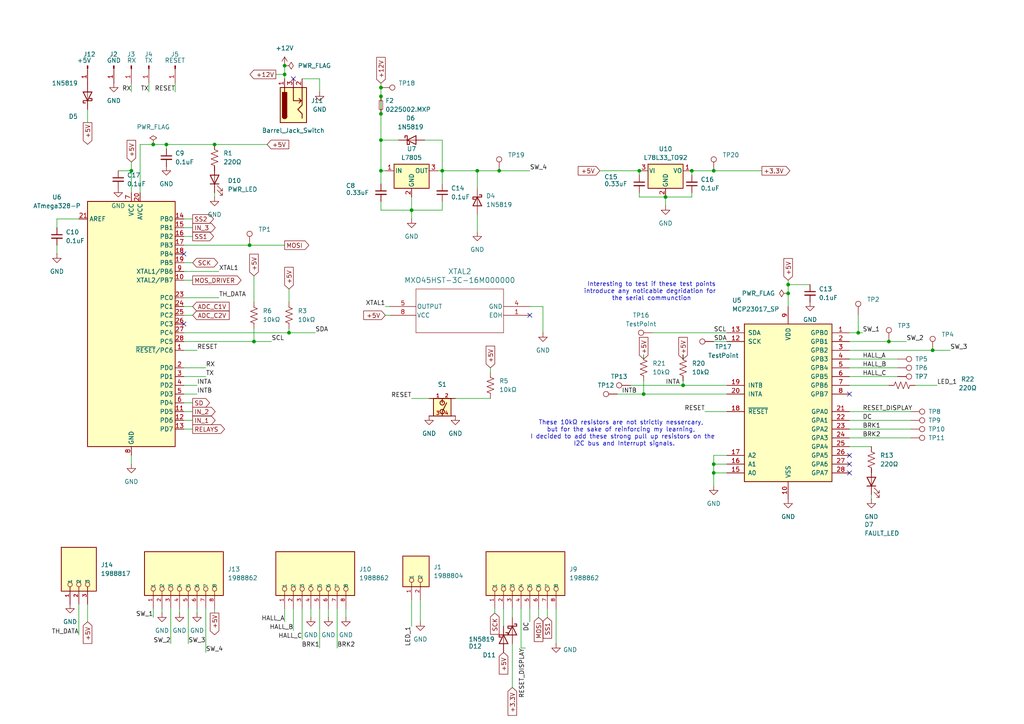
<source format=kicad_sch>
(kicad_sch (version 20231120) (generator "eeschema") (generator_version "8.0")
  (paper "A4")
  (title_block (title "Motor Controller") (date "2024-09-17") (rev "4") (company "Andrew Fischer"))
  (lib_symbols
    (symbol "1988804:1988804" (pin_names (offset 1.016))
      (property "Reference" "J" (at -2.54 3.302 0))
      (property "Value" "1988804" (at -2.54 -7.62 0))
      (symbol "1988804_0_0"
        (pin passive line (at -7.62 0 0) (length 5.08) (name "1") (number "1"))
        (pin passive line (at -7.62 -2.54 0) (length 5.08) (name "2") (number "2"))
      )
    )
    (symbol "1988817:1988817" (pin_names (offset 1.016))
      (property "Reference" "J" (at -6.85 5.08 0))
      (property "Value" "1988817" (at -6.35 -7.62 0))
      (symbol "1988817_0_0"
        (pin passive line (at -10.16 2.54 0) (length 5.08) (name "1") (number "1"))
        (pin passive line (at -10.16 0 0) (length 5.08) (name "2") (number "2"))
        (pin passive line (at -10.16 -2.54 0) (length 5.08) (name "3") (number "3"))
      )
    )
    (symbol "1988862:1988862" (pin_names (offset 1.016))
      (property "Reference" "J" (at -6.85 12.7 0))
      (property "Value" "1988862" (at -6.35 -12.7 0))
      (symbol "1988862_0_0"
        (pin passive line (at -10.16 10.16 0) (length 5.08) (name "1") (number "1"))
        (pin passive line (at -10.16 7.62 0) (length 5.08) (name "2") (number "2"))
        (pin passive line (at -10.16 5.08 0) (length 5.08) (name "3") (number "3"))
        (pin passive line (at -10.16 2.54 0) (length 5.08) (name "4") (number "4"))
        (pin passive line (at -10.16 0 0) (length 5.08) (name "5") (number "5"))
        (pin passive line (at -10.16 -2.54 0) (length 5.08) (name "6") (number "6"))
        (pin passive line (at -10.16 -5.08 0) (length 5.08) (name "7") (number "7"))
        (pin passive line (at -10.16 -7.62 0) (length 5.08) (name "8") (number "8"))
      )
    )
    (symbol "Connector:Barrel_Jack_Switch" (pin_names hide)
      (property "Reference" "J" (at 0 5.334 0))
      (property "Value" "Barrel_Jack_Switch" (at 0 -5.08 0))
      (symbol "Barrel_Jack_Switch_1_1"
        (pin passive line (at 7.62 2.54 180) (length 2.54) (name "~") (number "1"))
        (pin passive line (at 7.62 -2.54 180) (length 2.54) (name "~") (number "2"))
        (pin passive line (at 7.62 0 180) (length 2.54) (name "~") (number "3"))
      )
    )
    (symbol "Connector:Conn_01x01_Pin" (pin_names (offset 1.016) hide)
      (property "Reference" "J" (at 0 2.54 0))
      (property "Value" "Conn_01x01_Pin" (at 0 -2.54 0))
      (symbol "Conn_01x01_Pin_1_1"
        (pin passive line (at 5.08 0 180) (length 3.81) (name "Pin_1") (number "1"))
      )
    )
    (symbol "Connector:TestPoint" (pin_numbers hide) (pin_names (offset 0.762) hide)
      (property "Reference" "TP" (at 0 6.858 0))
      (property "Value" "TestPoint" (at 0 5.08 0))
      (symbol "TestPoint_1_1"
        (pin passive line (at 0 0 90) (length 2.54) (name "1") (number "1"))
      )
    )
    (symbol "Device:C_Small" (pin_numbers hide) (pin_names (offset 0.254) hide)
      (property "Reference" "C" (at 0.254 1.778 0))
      (property "Value" "C_Small" (at 0.254 -2.032 0))
      (symbol "C_Small_1_1"
        (pin passive line (at 0 2.54 270) (length 2.032) (name "~") (number "1"))
        (pin passive line (at 0 -2.54 90) (length 2.032) (name "~") (number "2"))
      )
    )
    (symbol "Device:Fuse_Small" (pin_numbers hide) (pin_names (offset 0.254) hide)
      (property "Reference" "F" (at 0 -1.524 0))
      (property "Value" "Fuse_Small" (at 0 1.524 0))
      (symbol "Fuse_Small_1_1"
        (pin passive line (at -2.54 0 0) (length 1.27) (name "~") (number "1"))
        (pin passive line (at 2.54 0 180) (length 1.27) (name "~") (number "2"))
      )
    )
    (symbol "Device:LED" (pin_numbers hide) (pin_names (offset 1.016) hide)
      (property "Reference" "D" (at 0 2.54 0))
      (property "Value" "LED" (at 0 -2.54 0))
      (symbol "LED_1_1"
        (pin passive line (at -3.81 0 0) (length 2.54) (name "K") (number "1"))
        (pin passive line (at 3.81 0 180) (length 2.54) (name "A") (number "2"))
      )
    )
    (symbol "Device:R_US" (pin_numbers hide) (pin_names (offset 0))
      (property "Reference" "R" (at 2.54 0 90))
      (property "Value" "R_US" (at -2.54 0 90))
      (symbol "R_US_1_1"
        (pin passive line (at 0 3.81 270) (length 1.27) (name "~") (number "1"))
        (pin passive line (at 0 -3.81 90) (length 1.27) (name "~") (number "2"))
      )
    )
    (symbol "Diode:1N5819" (pin_numbers hide) (pin_names (offset 1.016) hide)
      (property "Reference" "D" (at 0 2.54 0))
      (property "Value" "1N5819" (at 0 -2.54 0))
      (symbol "1N5819_1_1"
        (pin passive line (at -3.81 0 0) (length 2.54) (name "K") (number "1"))
        (pin passive line (at 3.81 0 180) (length 2.54) (name "A") (number "2"))
      )
    )
    (symbol "Interface_Expansion:MCP23017_SP" (pin_names (offset 1.016))
      (property "Reference" "U" (at -11.43 24.13 0))
      (property "Value" "MCP23017_SP" (at 0 0 0))
      (symbol "MCP23017_SP_1_1"
        (pin bidirectional line (at 17.78 20.32 180) (length 5.08) (name "GPB0") (number "1"))
        (pin power_in line (at 0 -27.94 90) (length 5.08) (name "VSS") (number "10"))
        (pin no_connect line (at -12.7 15.24 0) (length 5.08) hide (name "NC") (number "11"))
        (pin input line (at -17.78 17.78 0) (length 5.08) (name "SCK") (number "12"))
        (pin bidirectional line (at -17.78 20.32 0) (length 5.08) (name "SDA") (number "13"))
        (pin no_connect line (at -12.7 12.7 0) (length 5.08) hide (name "NC") (number "14"))
        (pin input line (at -17.78 -20.32 0) (length 5.08) (name "A0") (number "15"))
        (pin input line (at -17.78 -17.78 0) (length 5.08) (name "A1") (number "16"))
        (pin input line (at -17.78 -15.24 0) (length 5.08) (name "A2") (number "17"))
        (pin input line (at -17.78 -2.54 0) (length 5.08) (name "~{RESET}") (number "18"))
        (pin tri_state line (at -17.78 5.08 0) (length 5.08) (name "INTB") (number "19"))
        (pin bidirectional line (at 17.78 17.78 180) (length 5.08) (name "GPB1") (number "2"))
        (pin tri_state line (at -17.78 2.54 0) (length 5.08) (name "INTA") (number "20"))
        (pin bidirectional line (at 17.78 -2.54 180) (length 5.08) (name "GPA0") (number "21"))
        (pin bidirectional line (at 17.78 -5.08 180) (length 5.08) (name "GPA1") (number "22"))
        (pin bidirectional line (at 17.78 -7.62 180) (length 5.08) (name "GPA2") (number "23"))
        (pin bidirectional line (at 17.78 -10.16 180) (length 5.08) (name "GPA3") (number "24"))
        (pin bidirectional line (at 17.78 -12.7 180) (length 5.08) (name "GPA4") (number "25"))
        (pin bidirectional line (at 17.78 -15.24 180) (length 5.08) (name "GPA5") (number "26"))
        (pin bidirectional line (at 17.78 -17.78 180) (length 5.08) (name "GPA6") (number "27"))
        (pin bidirectional line (at 17.78 -20.32 180) (length 5.08) (name "GPA7") (number "28"))
        (pin bidirectional line (at 17.78 15.24 180) (length 5.08) (name "GPB2") (number "3"))
        (pin bidirectional line (at 17.78 12.7 180) (length 5.08) (name "GPB3") (number "4"))
        (pin bidirectional line (at 17.78 10.16 180) (length 5.08) (name "GPB4") (number "5"))
        (pin bidirectional line (at 17.78 7.62 180) (length 5.08) (name "GPB5") (number "6"))
        (pin bidirectional line (at 17.78 5.08 180) (length 5.08) (name "GPB6") (number "7"))
        (pin bidirectional line (at 17.78 2.54 180) (length 5.08) (name "GPB7") (number "8"))
        (pin power_in line (at 0 27.94 270) (length 5.08) (name "VDD") (number "9"))
      )
    )
    (symbol "MCU_Microchip_ATmega:ATmega328-P"
      (property "Reference" "U" (at -12.7 36.83 0))
      (property "Value" "ATmega328-P" (at 2.54 -36.83 0))
      (symbol "ATmega328-P_1_1"
        (pin bidirectional line (at 15.24 -7.62 180) (length 2.54) (name "~{RESET}/PC6") (number "1"))
        (pin bidirectional line (at 15.24 12.7 180) (length 2.54) (name "XTAL2/PB7") (number "10"))
        (pin bidirectional line (at 15.24 -25.4 180) (length 2.54) (name "PD5") (number "11"))
        (pin bidirectional line (at 15.24 -27.94 180) (length 2.54) (name "PD6") (number "12"))
        (pin bidirectional line (at 15.24 -30.48 180) (length 2.54) (name "PD7") (number "13"))
        (pin bidirectional line (at 15.24 30.48 180) (length 2.54) (name "PB0") (number "14"))
        (pin bidirectional line (at 15.24 27.94 180) (length 2.54) (name "PB1") (number "15"))
        (pin bidirectional line (at 15.24 25.4 180) (length 2.54) (name "PB2") (number "16"))
        (pin bidirectional line (at 15.24 22.86 180) (length 2.54) (name "PB3") (number "17"))
        (pin bidirectional line (at 15.24 20.32 180) (length 2.54) (name "PB4") (number "18"))
        (pin bidirectional line (at 15.24 17.78 180) (length 2.54) (name "PB5") (number "19"))
        (pin bidirectional line (at 15.24 -12.7 180) (length 2.54) (name "PD0") (number "2"))
        (pin power_in line (at 2.54 38.1 270) (length 2.54) (name "AVCC") (number "20"))
        (pin passive line (at -15.24 30.48 0) (length 2.54) (name "AREF") (number "21"))
        (pin passive line (at 0 -38.1 90) (length 2.54) hide (name "GND") (number "22"))
        (pin bidirectional line (at 15.24 7.62 180) (length 2.54) (name "PC0") (number "23"))
        (pin bidirectional line (at 15.24 5.08 180) (length 2.54) (name "PC1") (number "24"))
        (pin bidirectional line (at 15.24 2.54 180) (length 2.54) (name "PC2") (number "25"))
        (pin bidirectional line (at 15.24 0 180) (length 2.54) (name "PC3") (number "26"))
        (pin bidirectional line (at 15.24 -2.54 180) (length 2.54) (name "PC4") (number "27"))
        (pin bidirectional line (at 15.24 -5.08 180) (length 2.54) (name "PC5") (number "28"))
        (pin bidirectional line (at 15.24 -15.24 180) (length 2.54) (name "PD1") (number "3"))
        (pin bidirectional line (at 15.24 -17.78 180) (length 2.54) (name "PD2") (number "4"))
        (pin bidirectional line (at 15.24 -20.32 180) (length 2.54) (name "PD3") (number "5"))
        (pin bidirectional line (at 15.24 -22.86 180) (length 2.54) (name "PD4") (number "6"))
        (pin power_in line (at 0 38.1 270) (length 2.54) (name "VCC") (number "7"))
        (pin power_in line (at 0 -38.1 90) (length 2.54) (name "GND") (number "8"))
        (pin bidirectional line (at 15.24 15.24 180) (length 2.54) (name "XTAL1/PB6") (number "9"))
      )
    )
    (symbol "MXO45HST-3C-16M000000:MXO45HST-3C-16M000000" (pin_names (offset 0.254))
      (property "Reference" "XTAL" (at 20.32 10.16 0))
      (property "Value" "MXO45HST-3C-16M000000" (at 20.32 7.62 0))
      (symbol "MXO45HST-3C-16M000000_0_1"
        (pin input line (at 0 0 0) (length 7.62) (name "EOH") (number "1"))
        (pin power_out line (at 0 -2.54 0) (length 7.62) (name "GND") (number "4"))
        (pin output line (at 40.64 -2.54 180) (length 7.62) (name "OUTPUT") (number "5"))
        (pin power_in line (at 40.64 0 180) (length 7.62) (name "VCC") (number "8"))
      )
    )
    (symbol "Regulator_Linear:L7805" (pin_names (offset 0.254))
      (property "Reference" "U" (at -3.81 3.175 0))
      (property "Value" "L7805" (at 0 3.175 0))
      (symbol "L7805_1_1"
        (pin power_in line (at -7.62 0 0) (length 2.54) (name "IN") (number "1"))
        (pin power_in line (at 0 -7.62 90) (length 2.54) (name "GND") (number "2"))
        (pin power_out line (at 7.62 0 180) (length 2.54) (name "OUT") (number "3"))
      )
    )
    (symbol "Regulator_Linear:L78L33_TO92" (pin_names (offset 0.254))
      (property "Reference" "U" (at -3.81 3.175 0))
      (property "Value" "L78L33_TO92" (at 0 3.175 0))
      (symbol "L78L33_TO92_1_1"
        (pin power_out line (at 7.62 0 180) (length 2.54) (name "VO") (number "1"))
        (pin power_in line (at 0 -7.62 90) (length 2.54) (name "GND") (number "2"))
        (pin power_in line (at -7.62 0 0) (length 2.54) (name "VI") (number "3"))
      )
    )
    (symbol "TS02-66-50-BK-160-LCR-D:TS02-66-50-BK-160-LCR-D" (pin_names (offset 1.016))
      (property "Reference" "S1" (at 0 12.7 0))
      (property "Value" "TS02-66-50-BK-160-LCR-D" (at 0.508 -4.318 0))
      (symbol "TS02-66-50-BK-160-LCR-D_0_0"
        (pin passive line (at -3.81 2.54 0) (length 5.08) (name "~") (number "1"))
        (pin passive line (at 3.81 2.54 180) (length 5.08) (name "~") (number "2"))
        (pin passive line (at -3.81 -2.54 0) (length 5.08) (name "~") (number "3"))
        (pin passive line (at 3.81 -2.54 180) (length 5.08) (name "~") (number "4"))
      )
    )
    (symbol "power:+12V" (power) (pin_numbers hide) (pin_names (offset 0) hide)
      (property "Value" "+12V" (at 0 3.556 0))
      (symbol "+12V_1_1"
        (pin power_in line (at 0 0 90) (length 0) (name "~") (number "1"))
      )
    )
    (symbol "power:GND" (power) (pin_numbers hide) (pin_names (offset 0) hide)
      (property "Value" "GND" (at 0 -3.81 0))
      (symbol "GND_1_1"
        (pin power_in line (at 0 0 270) (length 0) (name "~") (number "1"))
      )
    )
    (symbol "power:PWR_FLAG" (power) (pin_numbers hide) (pin_names (offset 0) hide)
      (property "Value" "PWR_FLAG" (at 0 3.81 0))
      (symbol "PWR_FLAG_0_0"
        (pin power_out line (at 0 0 90) (length 0) (name "~") (number "1"))
      )
    )
  )
  (junction (at 110.49 27.94))
  (junction (at 38.1 49.53))
  (junction (at 110.49 40.64))
  (junction (at 200.66 49.53))
  (junction (at 144.78 49.53))
  (junction (at 198.12 111.76))
  (junction (at 138.43 49.53))
  (junction (at 270.51 101.6))
  (junction (at 207.01 49.53))
  (junction (at 110.49 33.02))
  (junction (at 110.49 25.4))
  (junction (at 257.81 99.06))
  (junction (at 83.82 96.52))
  (junction (at 62.23 41.91))
  (junction (at 248.92 96.52))
  (junction (at 72.39 71.12))
  (junction (at 82.55 21.59))
  (junction (at 228.6 82.55))
  (junction (at 128.27 49.53))
  (junction (at 110.49 49.53))
  (junction (at 228.6 85.09))
  (junction (at 193.04 57.15))
  (junction (at 48.26 41.91))
  (junction (at 82.55 19.05))
  (junction (at 207.01 137.16))
  (junction (at 185.42 49.53))
  (junction (at 119.38 60.96))
  (junction (at 207.01 134.62))
  (junction (at 44.45 41.91))
  (junction (at 73.66 99.06))
  (junction (at 186.69 114.3))
  (no_connect (at 246.38 137.16))
  (no_connect (at 246.38 132.08))
  (no_connect (at 246.38 134.62))
  (no_connect (at 153.67 91.44))
  (no_connect (at 53.34 73.66))
  (no_connect (at 246.38 114.3))
  (no_connect (at 53.34 93.98))
  (no_connect (at 85.09 22.86))
  (wire (pts (xy 73.66 95.25) (xy 73.66 99.06)))
  (wire (pts (xy 185.42 57.15) (xy 193.04 57.15)))
  (wire (pts (xy 46.99 176.53) (xy 46.99 177.8)))
  (wire (pts (xy 53.34 111.76) (xy 57.15 111.76)))
  (wire (pts (xy 53.34 109.22) (xy 59.69 109.22)))
  (wire (pts (xy 16.51 66.04) (xy 16.51 63.5)))
  (wire (pts (xy 38.1 46.99) (xy 38.1 49.53)))
  (wire (pts (xy 228.6 82.55) (xy 228.6 85.09)))
  (wire (pts (xy 110.49 49.53) (xy 111.76 49.53)))
  (wire (pts (xy 50.8 24.13) (xy 50.8 26.67)))
  (wire (pts (xy 185.42 55.88) (xy 185.42 57.15)))
  (wire (pts (xy 179.07 114.3) (xy 186.69 114.3)))
  (wire (pts (xy 246.38 121.92) (xy 264.16 121.92)))
  (wire (pts (xy 48.26 41.91) (xy 62.23 41.91)))
  (wire (pts (xy 142.24 106.68) (xy 142.24 107.95)))
  (wire (pts (xy 246.38 106.68) (xy 260.35 106.68)))
  (wire (pts (xy 53.34 114.3) (xy 57.15 114.3)))
  (wire (pts (xy 16.51 63.5) (xy 22.86 63.5)))
  (wire (pts (xy 210.82 99.06) (xy 207.01 99.06)))
  (wire (pts (xy 270.51 101.6) (xy 275.59 101.6)))
  (wire (pts (xy 146.05 176.53) (xy 146.05 181.61)))
  (wire (pts (xy 189.23 96.52) (xy 210.82 96.52)))
  (wire (pts (xy 207.01 49.53) (xy 220.98 49.53)))
  (wire (pts (xy 248.92 96.52) (xy 250.19 96.52)))
  (wire (pts (xy 200.66 57.15) (xy 193.04 57.15)))
  (wire (pts (xy 151.13 187.96) (xy 151.13 176.53)))
  (wire (pts (xy 173.99 49.53) (xy 185.42 49.53)))
  (wire (pts (xy 72.39 71.12) (xy 82.55 71.12)))
  (wire (pts (xy 153.67 176.53) (xy 153.67 180.34)))
  (wire (pts (xy 143.51 176.53) (xy 143.51 177.8)))
  (wire (pts (xy 138.43 62.23) (xy 138.43 67.31)))
  (wire (pts (xy 185.42 49.53) (xy 185.42 50.8)))
  (wire (pts (xy 157.48 96.52) (xy 157.48 88.9)))
  (wire (pts (xy 248.92 91.44) (xy 248.92 96.52)))
  (wire (pts (xy 186.69 110.49) (xy 186.69 114.3)))
  (wire (pts (xy 246.38 119.38) (xy 264.16 119.38)))
  (wire (pts (xy 22.86 175.26) (xy 22.86 184.15)))
  (wire (pts (xy 119.38 60.96) (xy 119.38 57.15)))
  (wire (pts (xy 49.53 176.53) (xy 49.53 186.69)))
  (wire (pts (xy 110.49 60.96) (xy 119.38 60.96)))
  (wire (pts (xy 200.66 49.53) (xy 200.66 50.8)))
  (wire (pts (xy 144.78 49.53) (xy 153.67 49.53)))
  (wire (pts (xy 92.71 22.86) (xy 87.63 22.86)))
  (wire (pts (xy 228.6 82.55) (xy 234.95 82.55)))
  (wire (pts (xy 80.01 21.59) (xy 82.55 21.59)))
  (wire (pts (xy 252.73 137.16) (xy 252.73 135.89)))
  (wire (pts (xy 161.29 176.53) (xy 161.29 186.69)))
  (wire (pts (xy 53.34 96.52) (xy 83.82 96.52)))
  (wire (pts (xy 119.38 63.5) (xy 119.38 60.96)))
  (wire (pts (xy 82.55 21.59) (xy 82.55 22.86)))
  (wire (pts (xy 207.01 137.16) (xy 210.82 137.16)))
  (wire (pts (xy 110.49 24.13) (xy 110.49 25.4)))
  (wire (pts (xy 207.01 140.97) (xy 207.01 137.16)))
  (wire (pts (xy 44.45 176.53) (xy 44.45 179.07)))
  (wire (pts (xy 53.34 119.38) (xy 55.88 119.38)))
  (wire (pts (xy 38.1 132.08) (xy 38.1 134.62)))
  (wire (pts (xy 148.59 186.69) (xy 148.59 199.39)))
  (wire (pts (xy 193.04 59.69) (xy 193.04 57.15)))
  (wire (pts (xy 246.38 127) (xy 264.16 127)))
  (wire (pts (xy 59.69 176.53) (xy 59.69 189.23)))
  (wire (pts (xy 128.27 49.53) (xy 128.27 53.34)))
  (wire (pts (xy 83.82 95.25) (xy 83.82 96.52)))
  (wire (pts (xy 110.49 60.96) (xy 110.49 58.42)))
  (wire (pts (xy 57.15 177.8) (xy 57.15 176.53)))
  (wire (pts (xy 182.88 111.76) (xy 198.12 111.76)))
  (wire (pts (xy 246.38 96.52) (xy 248.92 96.52)))
  (wire (pts (xy 119.38 60.96) (xy 128.27 60.96)))
  (wire (pts (xy 82.55 176.53) (xy 82.55 180.34)))
  (wire (pts (xy 62.23 55.88) (xy 62.23 57.15)))
  (wire (pts (xy 228.6 85.09) (xy 228.6 88.9)))
  (wire (pts (xy 43.18 24.13) (xy 43.18 26.67)))
  (wire (pts (xy 152.4 187.96) (xy 151.13 187.96)))
  (wire (pts (xy 198.12 111.76) (xy 210.82 111.76)))
  (wire (pts (xy 100.33 176.53) (xy 100.33 179.07)))
  (wire (pts (xy 83.82 96.52) (xy 91.44 96.52)))
  (wire (pts (xy 85.09 176.53) (xy 85.09 182.88)))
  (wire (pts (xy 34.29 49.53) (xy 38.1 49.53)))
  (wire (pts (xy 111.76 88.9) (xy 113.03 88.9)))
  (wire (pts (xy 257.81 99.06) (xy 262.89 99.06)))
  (wire (pts (xy 63.5 78.74) (xy 53.34 78.74)))
  (wire (pts (xy 246.38 109.22) (xy 260.35 109.22)))
  (wire (pts (xy 148.59 176.53) (xy 148.59 179.07)))
  (wire (pts (xy 246.38 101.6) (xy 270.51 101.6)))
  (wire (pts (xy 110.49 33.02) (xy 110.49 40.64)))
  (wire (pts (xy 128.27 49.53) (xy 128.27 40.64)))
  (wire (pts (xy 246.38 99.06) (xy 257.81 99.06)))
  (wire (pts (xy 53.34 124.46) (xy 55.88 124.46)))
  (wire (pts (xy 53.34 99.06) (xy 73.66 99.06)))
  (wire (pts (xy 119.38 115.57) (xy 124.46 115.57)))
  (wire (pts (xy 110.49 25.4) (xy 110.49 27.94)))
  (wire (pts (xy 186.69 102.87) (xy 186.69 104.14)))
  (wire (pts (xy 200.66 55.88) (xy 200.66 57.15)))
  (wire (pts (xy 53.34 121.92) (xy 55.88 121.92)))
  (wire (pts (xy 53.34 68.58) (xy 55.88 68.58)))
  (wire (pts (xy 82.55 19.05) (xy 82.55 21.59)))
  (wire (pts (xy 53.34 106.68) (xy 59.69 106.68)))
  (wire (pts (xy 87.63 176.53) (xy 87.63 185.42)))
  (wire (pts (xy 77.47 41.91) (xy 62.23 41.91)))
  (wire (pts (xy 119.38 173.99) (xy 119.38 181.61)))
  (wire (pts (xy 246.38 124.46) (xy 264.16 124.46)))
  (wire (pts (xy 186.69 114.3) (xy 210.82 114.3)))
  (wire (pts (xy 110.49 27.94) (xy 110.49 33.02)))
  (wire (pts (xy 38.1 49.53) (xy 38.1 55.88)))
  (wire (pts (xy 200.66 49.53) (xy 207.01 49.53)))
  (wire (pts (xy 128.27 40.64) (xy 123.19 40.64)))
  (wire (pts (xy 110.49 40.64) (xy 115.57 40.64)))
  (wire (pts (xy 156.21 176.53) (xy 156.21 179.07)))
  (wire (pts (xy 207.01 134.62) (xy 207.01 132.08)))
  (wire (pts (xy 128.27 49.53) (xy 127 49.53)))
  (wire (pts (xy 73.66 99.06) (xy 78.74 99.06)))
  (wire (pts (xy 246.38 104.14) (xy 260.35 104.14)))
  (wire (pts (xy 16.51 71.12) (xy 16.51 73.66)))
  (wire (pts (xy 53.34 86.36) (xy 63.5 86.36)))
  (wire (pts (xy 53.34 76.2) (xy 55.88 76.2)))
  (wire (pts (xy 128.27 60.96) (xy 128.27 58.42)))
  (wire (pts (xy 90.17 176.53) (xy 90.17 179.07)))
  (wire (pts (xy 138.43 49.53) (xy 138.43 54.61)))
  (wire (pts (xy 25.4 31.75) (xy 25.4 35.56)))
  (wire (pts (xy 92.71 26.67) (xy 92.71 22.86)))
  (wire (pts (xy 252.73 143.51) (xy 252.73 144.78)))
  (wire (pts (xy 53.34 91.44) (xy 55.88 91.44)))
  (wire (pts (xy 83.82 83.82) (xy 83.82 87.63)))
  (wire (pts (xy 38.1 24.13) (xy 38.1 26.67)))
  (wire (pts (xy 92.71 176.53) (xy 92.71 187.96)))
  (wire (pts (xy 111.76 91.44) (xy 113.03 91.44)))
  (wire (pts (xy 53.34 66.04) (xy 55.88 66.04)))
  (wire (pts (xy 53.34 63.5) (xy 55.88 63.5)))
  (wire (pts (xy 198.12 110.49) (xy 198.12 111.76)))
  (wire (pts (xy 198.12 104.14) (xy 198.12 102.87)))
  (wire (pts (xy 53.34 116.84) (xy 55.88 116.84)))
  (wire (pts (xy 265.43 111.76) (xy 271.78 111.76)))
  (wire (pts (xy 73.66 80.01) (xy 73.66 87.63)))
  (wire (pts (xy 110.49 40.64) (xy 110.49 49.53)))
  (wire (pts (xy 128.27 49.53) (xy 138.43 49.53)))
  (wire (pts (xy 228.6 81.28) (xy 228.6 82.55)))
  (wire (pts (xy 54.61 176.53) (xy 54.61 186.69)))
  (wire (pts (xy 158.75 176.53) (xy 158.75 179.07)))
  (wire (pts (xy 95.25 176.53) (xy 95.25 179.07)))
  (wire (pts (xy 62.23 49.53) (xy 62.23 48.26)))
  (wire (pts (xy 121.92 173.99) (xy 121.92 180.34)))
  (wire (pts (xy 53.34 88.9) (xy 55.88 88.9)))
  (wire (pts (xy 207.01 132.08) (xy 210.82 132.08)))
  (wire (pts (xy 207.01 137.16) (xy 207.01 134.62)))
  (wire (pts (xy 53.34 71.12) (xy 72.39 71.12)))
  (wire (pts (xy 40.64 41.91) (xy 44.45 41.91)))
  (wire (pts (xy 62.23 176.53) (xy 62.23 177.8)))
  (wire (pts (xy 25.4 175.26) (xy 25.4 180.34)))
  (wire (pts (xy 53.34 101.6) (xy 57.15 101.6)))
  (wire (pts (xy 246.38 129.54) (xy 252.73 129.54)))
  (wire (pts (xy 204.47 119.38) (xy 210.82 119.38)))
  (wire (pts (xy 246.38 111.76) (xy 257.81 111.76)))
  (wire (pts (xy 48.26 43.18) (xy 48.26 41.91)))
  (wire (pts (xy 53.34 81.28) (xy 55.88 81.28)))
  (wire (pts (xy 40.64 41.91) (xy 40.64 55.88)))
  (wire (pts (xy 132.08 115.57) (xy 142.24 115.57)))
  (wire (pts (xy 44.45 41.91) (xy 48.26 41.91)))
  (wire (pts (xy 52.07 176.53) (xy 52.07 177.8)))
  (wire (pts (xy 97.79 176.53) (xy 97.79 187.96)))
  (wire (pts (xy 110.49 49.53) (xy 110.49 53.34)))
  (wire (pts (xy 157.48 88.9) (xy 153.67 88.9)))
  (wire (pts (xy 138.43 49.53) (xy 144.78 49.53)))
  (wire (pts (xy 207.01 134.62) (xy 210.82 134.62)))
  (text "Interesting to test if these test points\nintroduce any noticable degridation for \nthe serial communction" (at 188.976 84.582 0) (effects (font (size 1.27 1.27))))
  (text "These 10kΩ resistors are not strictly nessercary, \nbut for the sake of reinforcing my learning, \nI decided to add these strong pull up resistors on the\n I2C bus and Interrupt signals." (at 180.594 125.73 0) (effects (font (size 1.27 1.27))))
  (label "SW_4" (at 59.69 189.23 0))
  (label "SW_4" (at 153.67 49.53 0))
  (label "SDA" (at 210.82 99.06 180))
  (label "BRK2" (at 250.19 127 0))
  (label "LED_1" (at 271.78 111.76 0))
  (label "INTA" (at 193.04 111.76 0))
  (label "DC" (at 250.19 121.92 0))
  (label "TH_DATA" (at 22.86 184.15 180))
  (label "BRK1" (at 92.71 187.96 180))
  (label "TX" (at 43.18 26.67 180))
  (label "HALL_A" (at 250.19 104.14 0))
  (label "BRK2" (at 97.79 187.96 0))
  (label "RESET" (at 50.8 26.67 180))
  (label "RESET" (at 57.15 101.6 0))
  (label "BRK1" (at 250.19 124.46 0))
  (label "SW_2" (at 49.53 186.69 180))
  (label "RESET_DISPLAY" (at 250.19 119.38 0))
  (label "SW_3" (at 275.59 101.6 0))
  (label "HALL_A" (at 82.55 180.34 180))
  (label "HALL_C" (at 250.19 109.22 0))
  (label "SW_1" (at 44.45 179.07 180))
  (label "SDA" (at 91.44 96.52 0))
  (label "INTA" (at 57.15 111.76 0))
  (label "HALL_B" (at 250.19 106.68 0))
  (label "HALL_C" (at 87.63 185.42 180))
  (label "SCL" (at 207.01 96.52 0))
  (label "INTB" (at 180.34 114.3 0))
  (label "RESET_DISPLAY" (at 152.4 187.96 270))
  (label "SW_1" (at 250.19 96.52 0))
  (label "RX" (at 38.1 26.67 180))
  (label "XTAL1" (at 63.5 78.74 0))
  (label "LED_1" (at 119.38 181.61 270))
  (label "RX" (at 59.69 106.68 0))
  (label "SW_3" (at 54.61 186.69 0))
  (label "HALL_B" (at 85.09 182.88 180))
  (label "TX" (at 59.69 109.22 0))
  (label "DC" (at 153.67 180.34 270))
  (label "SCL" (at 78.74 99.06 0))
  (label "INTB" (at 57.15 114.3 0))
  (label "XTAL1" (at 111.76 88.9 180))
  (label "RESET" (at 204.47 119.38 180))
  (label "SW_2" (at 262.89 99.06 0))
  (label "TH_DATA" (at 63.5 86.36 0))
  (label "RESET" (at 119.38 115.57 180))
  (global_label "SCK" (shape input) (at 143.51 177.8 270) (property "Intersheetrefs" "${INTERSHEET_REFS}" (effects (hide yes))))
  (global_label "+5V" (shape output) (at 25.4 35.56 270) (property "Intersheetrefs" "${INTERSHEET_REFS}" (effects (hide yes))))
  (global_label "+5V" (shape input) (at 111.76 91.44 180) (property "Intersheetrefs" "${INTERSHEET_REFS}" (effects (hide yes))))
  (global_label "SCK" (shape bidirectional) (at 55.88 76.2 0) (property "Intersheetrefs" "${INTERSHEET_REFS}" (effects (hide yes))))
  (global_label "+3.3V" (shape output) (at 220.98 49.53 0) (property "Intersheetrefs" "${INTERSHEET_REFS}" (effects (hide yes))))
  (global_label "+5V" (shape input) (at 228.6 81.28 90) (property "Intersheetrefs" "${INTERSHEET_REFS}" (effects (hide yes))))
  (global_label "SS2" (shape output) (at 55.88 63.5 0) (property "Intersheetrefs" "${INTERSHEET_REFS}" (effects (hide yes))))
  (global_label "+5V" (shape input) (at 173.99 49.53 180) (property "Intersheetrefs" "${INTERSHEET_REFS}" (effects (hide yes))))
  (global_label "IN_2" (shape output) (at 55.88 119.38 0) (property "Intersheetrefs" "${INTERSHEET_REFS}" (effects (hide yes))))
  (global_label "MOSI" (shape output) (at 82.55 71.12 0) (property "Intersheetrefs" "${INTERSHEET_REFS}" (effects (hide yes))))
  (global_label "+5V" (shape input) (at 142.24 106.68 90) (property "Intersheetrefs" "${INTERSHEET_REFS}" (effects (hide yes))))
  (global_label "SS1" (shape input) (at 158.75 179.07 270) (property "Intersheetrefs" "${INTERSHEET_REFS}" (effects (hide yes))))
  (global_label "+5V" (shape input) (at 38.1 46.99 90) (property "Intersheetrefs" "${INTERSHEET_REFS}" (effects (hide yes))))
  (global_label "+5V" (shape input) (at 146.05 189.23 270) (property "Intersheetrefs" "${INTERSHEET_REFS}" (effects (hide yes))))
  (global_label "+5V" (shape input) (at 77.47 41.91 0) (property "Intersheetrefs" "${INTERSHEET_REFS}" (effects (hide yes))))
  (global_label "+5V" (shape output) (at 62.23 177.8 270) (property "Intersheetrefs" "${INTERSHEET_REFS}" (effects (hide yes))))
  (global_label "+3.3V" (shape input) (at 148.59 199.39 270) (property "Intersheetrefs" "${INTERSHEET_REFS}" (effects (hide yes))))
  (global_label "+12V" (shape output) (at 80.01 21.59 180) (property "Intersheetrefs" "${INTERSHEET_REFS}" (effects (hide yes))))
  (global_label "SS1" (shape output) (at 55.88 68.58 0) (property "Intersheetrefs" "${INTERSHEET_REFS}" (effects (hide yes))))
  (global_label "IN_1" (shape output) (at 55.88 121.92 0) (property "Intersheetrefs" "${INTERSHEET_REFS}" (effects (hide yes))))
  (global_label "IN_3" (shape output) (at 55.88 66.04 0) (property "Intersheetrefs" "${INTERSHEET_REFS}" (effects (hide yes))))
  (global_label "+12V" (shape input) (at 110.49 24.13 90) (property "Intersheetrefs" "${INTERSHEET_REFS}" (effects (hide yes))))
  (global_label "+5V" (shape input) (at 25.4 180.34 270) (property "Intersheetrefs" "${INTERSHEET_REFS}" (effects (hide yes))))
  (global_label "MOSI" (shape input) (at 156.21 179.07 270) (property "Intersheetrefs" "${INTERSHEET_REFS}" (effects (hide yes))))
  (global_label "+5V" (shape input) (at 198.12 104.14 90) (property "Intersheetrefs" "${INTERSHEET_REFS}" (effects (hide yes))))
  (global_label "+5V" (shape input) (at 73.66 80.01 90) (property "Intersheetrefs" "${INTERSHEET_REFS}" (effects (hide yes))))
  (global_label "ADC_C2V" (shape input) (at 55.88 91.44 0) (property "Intersheetrefs" "${INTERSHEET_REFS}" (effects (hide yes))))
  (global_label "SD" (shape output) (at 55.88 116.84 0) (property "Intersheetrefs" "${INTERSHEET_REFS}" (effects (hide yes))))
  (global_label "+5V" (shape input) (at 186.69 104.14 90) (property "Intersheetrefs" "${INTERSHEET_REFS}" (effects (hide yes))))
  (global_label "RELAYS" (shape output) (at 55.88 124.46 0) (property "Intersheetrefs" "${INTERSHEET_REFS}" (effects (hide yes))))
  (global_label "+5V" (shape input) (at 83.82 83.82 90) (property "Intersheetrefs" "${INTERSHEET_REFS}" (effects (hide yes))))
  (global_label "MOS_DRIVER" (shape output) (at 55.88 81.28 0) (property "Intersheetrefs" "${INTERSHEET_REFS}" (effects (hide yes))))
  (global_label "ADC_C1V" (shape input) (at 55.88 88.9 0) (property "Intersheetrefs" "${INTERSHEET_REFS}" (effects (hide yes))))
  (symbol (lib_id "power:GND") (at 95.25 179.07 0) (unit 1)
    (property "Reference" "#PWR052" (effects (hide yes)))
    (property "Value" "GND" (at 95.25 184.15 0))
    (property "Description" "Power symbol creates a global label with name \"GND\" , ground" (effects (hide yes)))
  )
  (symbol (lib_id "Device:R_US") (at 83.82 91.44 0) (unit 1)
    (property "Reference" "R3" (at 86.36 90.1699 0) (effects (justify left)))
    (property "Value" "10kΩ" (at 86.36 92.7099 0) (effects (justify left)))
    (property "Footprint" "Resistor_THT:R_Axial_DIN0207_L6.3mm_D2.5mm_P10.16mm_Horizontal" (effects (hide yes)))
    (property "Description" "Resistor, US symbol" (effects (hide yes)))
  )
  (symbol (lib_id "Device:R_US") (at 252.73 133.35 0) (unit 1)
    (property "Reference" "R13" (at 255.27 132.0799 0) (effects (justify left)))
    (property "Value" "220Ω" (at 255.27 134.6199 0) (effects (justify left)))
    (property "Footprint" "Resistor_THT:R_Axial_DIN0207_L6.3mm_D2.5mm_P10.16mm_Horizontal" (effects (hide yes)))
    (property "Description" "Resistor, US symbol" (effects (hide yes)))
  )
  (symbol (lib_id "Connector:TestPoint") (at 72.39 71.12 0) (unit 1)
    (property "Reference" "TP1" (at 74.93 66.5479 0) (effects (justify left)))
    (property "Value" "TestPoint" (effects (hide yes)))
    (property "Footprint" "TestPoint:TestPoint_THTPad_1.0x1.0mm_Drill0.5mm" (effects (hide yes)))
    (property "Description" "test point" (effects (hide yes)))
  )
  (symbol (lib_id "Connector:TestPoint") (at 182.88 111.76 90) (unit 1)
    (property "Reference" "TP13" (at 179.578 109.22 90))
    (property "Value" "TestPoint" (effects (hide yes)))
    (property "Footprint" "TestPoint:TestPoint_THTPad_1.0x1.0mm_Drill0.5mm" (effects (hide yes)))
    (property "Description" "test point" (effects (hide yes)))
  )
  (symbol (lib_id "power:GND") (at 92.71 26.67 0) (unit 1)
    (property "Reference" "#PWR023" (effects (hide yes)))
    (property "Value" "GND" (at 92.71 31.75 0))
    (property "Description" "Power symbol creates a global label with name \"GND\" , ground" (effects (hide yes)))
  )
  (symbol (lib_id "Connector:TestPoint") (at 264.16 127 270) (unit 1)
    (property "Reference" "TP11" (at 269.24 126.9999 90) (effects (justify left)))
    (property "Value" "TestPoint" (effects (hide yes)))
    (property "Footprint" "TestPoint:TestPoint_THTPad_1.0x1.0mm_Drill0.5mm" (effects (hide yes)))
    (property "Description" "test point" (effects (hide yes)))
  )
  (symbol (lib_id "power:+12V") (at 82.55 19.05 0) (unit 1)
    (property "Reference" "#PWR024" (effects (hide yes)))
    (property "Value" "+12V" (at 82.55 13.97 0))
    (property "Description" "Power symbol creates a global label with name \"+12V\"" (effects (hide yes)))
  )
  (symbol (lib_id "power:GND") (at 100.33 179.07 0) (unit 1)
    (property "Reference" "#PWR053" (effects (hide yes)))
    (property "Value" "GND" (at 100.33 184.15 0))
    (property "Description" "Power symbol creates a global label with name \"GND\" , ground" (effects (hide yes)))
  )
  (symbol (lib_id "Device:C_Small") (at 48.26 45.72 0) (unit 1)
    (property "Reference" "C9" (at 50.8 44.4562 0) (effects (justify left)))
    (property "Value" "0.1uF" (at 50.8 46.9962 0) (effects (justify left)))
    (property "Footprint" "Ceramic_Cap_5.08mm_Spacing:Ceramic_Cap_5.08mm_Spacing" (effects (hide yes)))
    (property "Description" "Unpolarized capacitor, small symbol" (effects (hide yes)))
  )
  (symbol (lib_id "Device:LED") (at 252.73 139.7 90) (unit 1)
    (property "Reference" "D7" (at 250.698 152.146 90) (effects (justify right)))
    (property "Value" "FAULT_LED" (at 250.698 154.686 90) (effects (justify right)))
    (property "Footprint" "LED_THT:LED_D5.0mm" (effects (hide yes)))
    (property "Description" "Light emitting diode" (effects (hide yes)))
  )
  (symbol (lib_id "Connector:TestPoint") (at 270.51 101.6 0) (unit 1)
    (property "Reference" "TP4" (at 273.05 97.0279 0) (effects (justify left)))
    (property "Value" "TestPoint" (effects (hide yes)))
    (property "Footprint" "TestPoint:TestPoint_THTPad_1.0x1.0mm_Drill0.5mm" (effects (hide yes)))
    (property "Description" "test point" (effects (hide yes)))
  )
  (symbol (lib_id "Connector:Conn_01x01_Pin") (at 25.4 19.05 270) (unit 1)
    (property "Reference" "J12" (at 24.13 15.748 90) (effects (justify left)))
    (property "Value" "+5V" (at 22.352 17.526 90) (effects (justify left)))
    (property "Footprint" "Connector_PinHeader_1.00mm:PinHeader_1x01_P1.00mm_Vertical" (effects (hide yes)))
    (property "Description" "Generic connector, single row, 01x01, script generated" (effects (hide yes)))
  )
  (symbol (lib_id "Connector:TestPoint") (at 207.01 49.53 0) (unit 1)
    (property "Reference" "TP20" (at 209.55 44.9579 0) (effects (justify left)))
    (property "Value" "TestPoint" (effects (hide yes)))
    (property "Footprint" "TestPoint:TestPoint_THTPad_1.0x1.0mm_Drill0.5mm" (effects (hide yes)))
    (property "Description" "test point" (effects (hide yes)))
  )
  (symbol (lib_id "Diode:1N5819") (at 146.05 185.42 270) (unit 1)
    (property "Reference" "D12" (at 135.89 187.452 90) (effects (justify left)))
    (property "Value" "1N5819" (at 135.89 185.42 90) (effects (justify left)))
    (property "Footprint" "Diode_THT:D_DO-41_SOD81_P10.16mm_Horizontal" (effects (hide yes)))
    (property "Datasheet" "http://www.vishay.com/docs/88525/1n5817.pdf" (effects (hide yes)))
    (property "Description" "40V 1A Schottky Barrier Rectifier Diode, DO-41" (effects (hide yes)))
  )
  (symbol (lib_id "Connector:Conn_01x01_Pin") (at 50.8 19.05 270) (unit 1)
    (property "Reference" "J5" (at 49.53 15.748 90) (effects (justify left)))
    (property "Value" "RESET" (at 47.752 17.526 90) (effects (justify left)))
    (property "Footprint" "Connector_PinHeader_1.00mm:PinHeader_1x01_P1.00mm_Vertical" (effects (hide yes)))
    (property "Description" "Generic connector, single row, 01x01, script generated" (effects (hide yes)))
  )
  (symbol (lib_id "Device:C_Small") (at 16.51 68.58 0) (unit 1)
    (property "Reference" "C10" (at 19.05 67.3162 0) (effects (justify left)))
    (property "Value" "0.1uF" (at 19.05 69.8562 0) (effects (justify left)))
    (property "Footprint" "Ceramic_Cap_5.08mm_Spacing:Ceramic_Cap_5.08mm_Spacing" (effects (hide yes)))
    (property "Description" "Unpolarized capacitor, small symbol" (effects (hide yes)))
  )
  (symbol (lib_id "Regulator_Linear:L7805") (at 119.38 49.53 0) (unit 1)
    (property "Reference" "U7" (at 119.38 43.18 0))
    (property "Value" "L7805" (at 119.38 45.72 0))
    (property "Footprint" "Package_TO_SOT_THT:TO-220-3_Vertical" (effects (hide yes)))
    (property "Datasheet" "http://www.st.com/content/ccc/resource/technical/document/datasheet/41/4f/b3/b0/12/d4/47/88/CD00000444.pdf/files/CD00000444.pdf/jcr:content/translations/en.CD00000444.pdf" (effects (hide yes)))
    (property "Description" "Positive 1.5A 35V Linear Regulator, Fixed Output 5V, TO-220/TO-263/TO-252" (effects (hide yes)))
  )
  (symbol (lib_id "Interface_Expansion:MCP23017_SP") (at 228.6 116.84 0) (unit 1)
    (property "Reference" "U5" (at 212.344 87.122 0) (effects (justify left)))
    (property "Value" "MCP23017_SP" (at 212.344 89.662 0) (effects (justify left)))
    (property "Footprint" "Package_DIP:DIP-28_W7.62mm_Socket" (effects (hide yes)))
    (property "Datasheet" "http://ww1.microchip.com/downloads/en/DeviceDoc/20001952C.pdf" (effects (hide yes)))
    (property "Description" "16-bit I/O expander, I2C, interrupts, w pull-ups, SPDIP-28" (effects (hide yes)))
  )
  (symbol (lib_id "power:GND") (at 46.99 177.8 0) (unit 1)
    (property "Reference" "#PWR047" (effects (hide yes)))
    (property "Value" "GND" (at 46.99 182.88 0))
    (property "Description" "Power symbol creates a global label with name \"GND\" , ground" (effects (hide yes)))
  )
  (symbol (lib_id "Connector:Conn_01x01_Pin") (at 43.18 19.05 270) (unit 1)
    (property "Reference" "J4" (at 41.91 15.748 90) (effects (justify left)))
    (property "Value" "TX" (at 41.91 17.526 90) (effects (justify left)))
    (property "Footprint" "Connector_PinHeader_1.00mm:PinHeader_1x01_P1.00mm_Vertical" (effects (hide yes)))
    (property "Description" "Generic connector, single row, 01x01, script generated" (effects (hide yes)))
  )
  (symbol (lib_id "power:GND") (at 132.08 120.65 0) (unit 1)
    (property "Reference" "#PWR033" (effects (hide yes)))
    (property "Value" "GND" (at 132.08 125.73 0))
    (property "Description" "Power symbol creates a global label with name \"GND\" , ground" (effects (hide yes)))
  )
  (symbol (lib_id "MCU_Microchip_ATmega:ATmega328-P") (at 38.1 93.98 0) (unit 1)
    (property "Reference" "U6" (at 16.51 57.1814 0))
    (property "Value" "ATmega328-P" (at 16.51 59.7214 0))
    (property "Footprint" "Package_DIP:DIP-28_W7.62mm_Socket" (effects (hide yes)))
    (property "Datasheet" "http://ww1.microchip.com/downloads/en/DeviceDoc/ATmega328_P%20AVR%20MCU%20with%20picoPower%20Technology%20Data%20Sheet%2040001984A.pdf" (effects (hide yes)))
    (property "Description" "20MHz, 32kB Flash, 2kB SRAM, 1kB EEPROM, DIP-28" (effects (hide yes)))
  )
  (symbol (lib_id "power:GND") (at 121.92 180.34 0) (unit 1)
    (property "Reference" "#PWR041" (effects (hide yes)))
    (property "Value" "GND" (at 121.92 185.42 0))
    (property "Description" "Power symbol creates a global label with name \"GND\" , ground" (effects (hide yes)))
  )
  (symbol (lib_id "power:GND") (at 62.23 57.15 0) (unit 1)
    (property "Reference" "#PWR030" (effects (hide yes)))
    (property "Value" "GND" (at 62.23 62.23 0))
    (property "Description" "Power symbol creates a global label with name \"GND\" , ground" (effects (hide yes)))
  )
  (symbol (lib_id "Diode:1N5819") (at 138.43 58.42 270) (unit 1)
    (property "Reference" "D4" (at 140.97 56.8324 90) (effects (justify left)))
    (property "Value" "1N5819" (at 140.97 59.3724 90) (effects (justify left)))
    (property "Footprint" "Diode_THT:D_DO-41_SOD81_P10.16mm_Horizontal" (effects (hide yes)))
    (property "Datasheet" "http://www.vishay.com/docs/88525/1n5817.pdf" (effects (hide yes)))
    (property "Description" "40V 1A Schottky Barrier Rectifier Diode, DO-41" (effects (hide yes)))
  )
  (symbol (lib_id "Connector:Conn_01x01_Pin") (at 33.02 19.05 270) (unit 1)
    (property "Reference" "J2" (at 31.75 15.748 90) (effects (justify left)))
    (property "Value" "GND" (at 30.988 17.526 90) (effects (justify left)))
    (property "Footprint" "Connector_PinHeader_1.00mm:PinHeader_1x01_P1.00mm_Vertical" (effects (hide yes)))
    (property "Description" "Generic connector, single row, 01x01, script generated" (effects (hide yes)))
  )
  (symbol (lib_id "Device:C_Small") (at 34.29 52.07 0) (unit 1)
    (property "Reference" "C17" (at 36.83 50.8062 0) (effects (justify left)))
    (property "Value" "0.1uF" (at 36.83 53.3462 0) (effects (justify left)))
    (property "Footprint" "Ceramic_Cap_5.08mm_Spacing:Ceramic_Cap_5.08mm_Spacing" (effects (hide yes)))
    (property "Description" "Unpolarized capacitor, small symbol" (effects (hide yes)))
  )
  (symbol (lib_id "power:GND") (at 52.07 177.8 0) (unit 1)
    (property "Reference" "#PWR048" (effects (hide yes)))
    (property "Value" "GND" (at 52.07 182.88 0))
    (property "Description" "Power symbol creates a global label with name \"GND\" , ground" (effects (hide yes)))
  )
  (symbol (lib_id "power:GND") (at 16.51 73.66 0) (unit 1)
    (property "Reference" "#PWR019" (effects (hide yes)))
    (property "Value" "GND" (at 16.51 78.74 0))
    (property "Description" "Power symbol creates a global label with name \"GND\" , ground" (effects (hide yes)))
  )
  (symbol (lib_id "power:GND") (at 252.73 144.78 0) (unit 1)
    (property "Reference" "#PWR035" (effects (hide yes)))
    (property "Value" "GND" (at 252.73 149.86 0))
    (property "Description" "Power symbol creates a global label with name \"GND\" , ground" (effects (hide yes)))
  )
  (symbol (lib_id "power:GND") (at 124.46 120.65 0) (unit 1)
    (property "Reference" "#PWR031" (effects (hide yes)))
    (property "Value" "GND" (at 124.46 125.73 0))
    (property "Description" "Power symbol creates a global label with name \"GND\" , ground" (effects (hide yes)))
  )
  (symbol (lib_id "Connector:TestPoint") (at 264.16 121.92 270) (unit 1)
    (property "Reference" "TP9" (at 269.24 121.9199 90) (effects (justify left)))
    (property "Value" "TestPoint" (effects (hide yes)))
    (property "Footprint" "TestPoint:TestPoint_THTPad_1.0x1.0mm_Drill0.5mm" (effects (hide yes)))
    (property "Description" "test point" (effects (hide yes)))
  )
  (symbol (lib_id "Device:R_US") (at 198.12 106.68 0) (unit 1)
    (property "Reference" "R20" (at 200.66 105.4099 0) (effects (justify left)))
    (property "Value" "10kΩ" (at 200.66 107.9499 0) (effects (justify left)))
    (property "Footprint" "Resistor_THT:R_Axial_DIN0207_L6.3mm_D2.5mm_P10.16mm_Horizontal" (effects (hide yes)))
    (property "Description" "Resistor, US symbol" (effects (hide yes)))
  )
  (symbol (lib_id "Device:R_US") (at 62.23 45.72 0) (unit 1)
    (property "Reference" "R1" (at 64.77 44.4499 0) (effects (justify left)))
    (property "Value" "220Ω" (at 64.77 46.9899 0) (effects (justify left)))
    (property "Footprint" "Resistor_THT:R_Axial_DIN0207_L6.3mm_D2.5mm_P10.16mm_Horizontal" (effects (hide yes)))
    (property "Description" "Resistor, US symbol" (effects (hide yes)))
  )
  (symbol (lib_id "power:GND") (at 228.6 144.78 0) (unit 1)
    (property "Reference" "#PWR037" (effects (hide yes)))
    (property "Value" "GND" (at 228.6 149.86 0))
    (property "Description" "Power symbol creates a global label with name \"GND\" , ground" (effects (hide yes)))
  )
  (symbol (lib_id "Connector:TestPoint") (at 248.92 91.44 0) (unit 1)
    (property "Reference" "TP2" (at 251.46 86.8679 0) (effects (justify left)))
    (property "Value" "TestPoint" (effects (hide yes)))
    (property "Footprint" "TestPoint:TestPoint_THTPad_1.0x1.0mm_Drill0.5mm" (effects (hide yes)))
    (property "Description" "test point" (effects (hide yes)))
  )
  (symbol (lib_id "power:GND") (at 157.48 96.52 0) (unit 1)
    (property "Reference" "#PWR017" (effects (hide yes)))
    (property "Value" "GND" (at 157.48 101.6 0))
    (property "Description" "Power symbol creates a global label with name \"GND\" , ground" (effects (hide yes)))
  )
  (symbol (lib_id "power:GND") (at 234.95 87.63 0) (unit 1)
    (property "Reference" "#PWR08" (effects (hide yes)))
    (property "Value" "GND" (at 234.95 92.71 0))
    (property "Description" "Power symbol creates a global label with name \"GND\" , ground" (effects (hide yes)))
  )
  (symbol (lib_id "power:GND") (at 207.01 140.97 0) (unit 1)
    (property "Reference" "#PWR036" (effects (hide yes)))
    (property "Value" "GND" (at 207.01 146.05 0))
    (property "Description" "Power symbol creates a global label with name \"GND\" , ground" (effects (hide yes)))
  )
  (symbol (lib_id "Connector:TestPoint") (at 144.78 49.53 0) (unit 1)
    (property "Reference" "TP19" (at 147.32 44.9579 0) (effects (justify left)))
    (property "Value" "TestPoint" (effects (hide yes)))
    (property "Footprint" "TestPoint:TestPoint_THTPad_1.0x1.0mm_Drill0.5mm" (effects (hide yes)))
    (property "Description" "test point" (effects (hide yes)))
  )
  (symbol (lib_id "Diode:1N5819") (at 25.4 27.94 90) (unit 1)
    (property "Reference" "D5" (at 22.606 33.782 90) (effects (justify left)))
    (property "Value" "1N5819" (at 22.606 24.13 90) (effects (justify left)))
    (property "Footprint" "Diode_THT:D_DO-41_SOD81_P10.16mm_Horizontal" (effects (hide yes)))
    (property "Datasheet" "http://www.vishay.com/docs/88525/1n5817.pdf" (effects (hide yes)))
    (property "Description" "40V 1A Schottky Barrier Rectifier Diode, DO-41" (effects (hide yes)))
  )
  (symbol (lib_id "Device:R_US") (at 73.66 91.44 0) (unit 1)
    (property "Reference" "R6" (at 76.2 90.1699 0) (effects (justify left)))
    (property "Value" "10kΩ" (at 76.2 92.7099 0) (effects (justify left)))
    (property "Footprint" "Resistor_THT:R_Axial_DIN0207_L6.3mm_D2.5mm_P10.16mm_Horizontal" (effects (hide yes)))
    (property "Description" "Resistor, US symbol" (effects (hide yes)))
  )
  (symbol (lib_id "power:PWR_FLAG") (at 82.55 19.05 270) (unit 1)
    (property "Reference" "#FLG05" (effects (hide yes)))
    (property "Value" "PWR_FLAG" (at 86.36 19.0499 90) (effects (justify left)))
    (property "Description" "Special symbol for telling ERC where power comes from" (effects (hide yes)))
  )
  (symbol (lib_id "Connector:Conn_01x01_Pin") (at 38.1 19.05 270) (unit 1)
    (property "Reference" "J3" (at 36.83 15.748 90) (effects (justify left)))
    (property "Value" "RX" (at 36.83 17.526 90) (effects (justify left)))
    (property "Footprint" "Connector_PinHeader_1.00mm:PinHeader_1x01_P1.00mm_Vertical" (effects (hide yes)))
    (property "Description" "Generic connector, single row, 01x01, script generated" (effects (hide yes)))
  )
  (symbol (lib_id "Connector:TestPoint") (at 260.35 106.68 270) (unit 1)
    (property "Reference" "TP6" (at 265.43 106.6799 90) (effects (justify left)))
    (property "Value" "TestPoint" (effects (hide yes)))
    (property "Footprint" "TestPoint:TestPoint_THTPad_1.0x1.0mm_Drill0.5mm" (effects (hide yes)))
    (property "Description" "test point" (effects (hide yes)))
  )
  (symbol (lib_id "Device:C_Small") (at 185.42 53.34 0) (unit 1)
    (property "Reference" "C15" (at 175.26 51.308 0) (effects (justify left)))
    (property "Value" "0.33uF" (at 175.26 53.34 0) (effects (justify left)))
    (property "Footprint" "Ceramic_Cap_5.08mm_Spacing:Ceramic_Cap_5.08mm_Spacing" (effects (hide yes)))
    (property "Description" "Unpolarized capacitor, small symbol" (effects (hide yes)))
  )
  (symbol (lib_id "Device:C_Small") (at 200.66 53.34 180) (unit 1)
    (property "Reference" "C16" (at 203.2 52.0635 0) (effects (justify right)))
    (property "Value" "0.1uF" (at 203.2 54.6035 0) (effects (justify right)))
    (property "Footprint" "Ceramic_Cap_5.08mm_Spacing:Ceramic_Cap_5.08mm_Spacing" (effects (hide yes)))
    (property "Description" "Unpolarized capacitor, small symbol" (effects (hide yes)))
  )
  (symbol (lib_id "1988862:1988862") (at 54.61 166.37 90) (unit 1)
    (property "Reference" "J13" (at 66.04 165.0999 90) (effects (justify right)))
    (property "Value" "1988862" (at 66.04 167.6399 90) (effects (justify right)))
    (property "Footprint" "Terminal_1988862:PHOENIX_1988862" (effects (hide yes)))
    (property "MANUFACTURER" "PHOENIX" (effects (hide yes)))
  )
  (symbol (lib_id "Connector:TestPoint") (at 260.35 109.22 270) (unit 1)
    (property "Reference" "TP7" (at 265.43 109.2199 90) (effects (justify left)))
    (property "Value" "TestPoint" (effects (hide yes)))
    (property "Footprint" "TestPoint:TestPoint_THTPad_1.0x1.0mm_Drill0.5mm" (effects (hide yes)))
    (property "Description" "test point" (effects (hide yes)))
  )
  (symbol (lib_id "Connector:TestPoint") (at 260.35 104.14 270) (unit 1)
    (property "Reference" "TP5" (at 265.43 104.1399 90) (effects (justify left)))
    (property "Value" "TestPoint" (effects (hide yes)))
    (property "Footprint" "TestPoint:TestPoint_THTPad_1.0x1.0mm_Drill0.5mm" (effects (hide yes)))
    (property "Description" "test point" (effects (hide yes)))
  )
  (symbol (lib_id "TS02-66-50-BK-160-LCR-D:TS02-66-50-BK-160-LCR-D") (at 128.27 118.11 0) (unit 1)
    (property "Reference" "S1" (at 128.27 111.506 0))
    (property "Value" "TS02-66-50-BK-160-LCR-D" (effects (hide yes)))
    (property "Footprint" "TS02_66_50_BK_160_LCR_D:SW_TS02-66-50-BK-160-LCR-D" (effects (hide yes)))
    (property "PARTREV" "1.0" (effects (hide yes)))
    (property "MANUFACTURER" "CUI Devices" (effects (hide yes)))
    (property "STANDARD" "Manufacturer Recommendations" (effects (hide yes)))
  )
  (symbol (lib_id "power:PWR_FLAG") (at 228.6 85.09 90) (unit 1)
    (property "Reference" "#FLG07" (effects (hide yes)))
    (property "Value" "PWR_FLAG" (at 224.79 85.0899 90) (effects (justify left)))
    (property "Description" "Special symbol for telling ERC where power comes from" (effects (hide yes)))
  )
  (symbol (lib_id "Device:C_Small") (at 128.27 55.88 180) (unit 1)
    (property "Reference" "C14" (at 130.81 54.6035 0) (effects (justify right)))
    (property "Value" "0.1uF" (at 130.81 57.1435 0) (effects (justify right)))
    (property "Footprint" "Ceramic_Cap_5.08mm_Spacing:Ceramic_Cap_5.08mm_Spacing" (effects (hide yes)))
    (property "Description" "Unpolarized capacitor, small symbol" (effects (hide yes)))
  )
  (symbol (lib_id "1988862:1988862") (at 153.67 166.37 90) (unit 1)
    (property "Reference" "J9" (at 165.1 165.0999 90) (effects (justify right)))
    (property "Value" "1988862" (at 165.1 167.6399 90) (effects (justify right)))
    (property "Footprint" "Terminal_1988862:PHOENIX_1988862" (effects (hide yes)))
    (property "MANUFACTURER" "PHOENIX" (effects (hide yes)))
  )
  (symbol (lib_id "Device:Fuse_Small") (at 110.49 30.48 90) (unit 1)
    (property "Reference" "F2" (at 111.76 29.2099 90) (effects (justify right)))
    (property "Value" "0225002.MXP" (at 111.76 31.7499 90) (effects (justify right)))
    (property "Footprint" "Fuse_Holder_02540101Z:FUSE_254_PC_LTF" (effects (hide yes)))
    (property "Description" "Fuse, small symbol" (effects (hide yes)))
  )
  (symbol (lib_id "power:GND") (at 138.43 67.31 0) (unit 1)
    (property "Reference" "#PWR01" (effects (hide yes)))
    (property "Value" "GND" (at 138.43 72.39 0))
    (property "Description" "Power symbol creates a global label with name \"GND\" , ground" (effects (hide yes)))
  )
  (symbol (lib_id "Connector:TestPoint") (at 110.49 25.4 270) (unit 1)
    (property "Reference" "TP18" (at 115.57 24.1299 90) (effects (justify left)))
    (property "Value" "TestPoint" (effects (hide yes)))
    (property "Footprint" "TestPoint:TestPoint_THTPad_1.0x1.0mm_Drill0.5mm" (effects (hide yes)))
    (property "Description" "test point" (effects (hide yes)))
  )
  (symbol (lib_id "1988804:1988804") (at 119.38 166.37 90) (unit 1)
    (property "Reference" "J1" (at 125.73 164.4649 90) (effects (justify right)))
    (property "Value" "1988804" (at 125.73 167.0049 90) (effects (justify right)))
    (property "Footprint" "Terminal_1988804:CONN_1988804" (effects (hide yes)))
    (property "PARTREV" "16.07.2015" (effects (hide yes)))
    (property "STANDARD" "Manufacturer Recommendations" (effects (hide yes)))
    (property "MAXIMUM_PACKAGE_HEIGHT" "12.05mm" (effects (hide yes)))
    (property "MANUFACTURER" "Phoenix Contact" (effects (hide yes)))
  )
  (symbol (lib_id "Regulator_Linear:L78L33_TO92") (at 193.04 49.53 0) (unit 1)
    (property "Reference" "U10" (at 193.04 43.18 0))
    (property "Value" "L78L33_TO92" (at 193.04 45.72 0))
    (property "Footprint" "Package_TO_SOT_THT:TO-92_Inline" (effects (hide yes)))
    (property "Datasheet" "http://www.st.com/content/ccc/resource/technical/document/datasheet/15/55/e5/aa/23/5b/43/fd/CD00000446.pdf/files/CD00000446.pdf/jcr:content/translations/en.CD00000446.pdf" (effects (hide yes)))
    (property "Description" "Positive 100mA 30V Linear Regulator, Fixed Output 3.3V, TO-92" (effects (hide yes)))
  )
  (symbol (lib_id "Connector:TestPoint") (at 207.01 99.06 90) (unit 1)
    (property "Reference" "TP17" (at 209.804 100.584 90))
    (property "Value" "TestPoint" (at 209.804 103.124 90))
    (property "Footprint" "TestPoint:TestPoint_THTPad_1.0x1.0mm_Drill0.5mm" (effects (hide yes)))
    (property "Description" "test point" (effects (hide yes)))
  )
  (symbol (lib_id "Connector:TestPoint") (at 179.07 114.3 90) (unit 1)
    (property "Reference" "TP12" (at 175.768 111.76 90))
    (property "Value" "TestPoint" (effects (hide yes)))
    (property "Footprint" "TestPoint:TestPoint_THTPad_1.0x1.0mm_Drill0.5mm" (effects (hide yes)))
    (property "Description" "test point" (effects (hide yes)))
  )
  (symbol (lib_id "Device:R_US") (at 186.69 106.68 0) (unit 1)
    (property "Reference" "R21" (at 189.23 105.4099 0) (effects (justify left)))
    (property "Value" "10kΩ" (at 189.23 107.9499 0) (effects (justify left)))
    (property "Footprint" "Resistor_THT:R_Axial_DIN0207_L6.3mm_D2.5mm_P10.16mm_Horizontal" (effects (hide yes)))
    (property "Description" "Resistor, US symbol" (effects (hide yes)))
  )
  (symbol (lib_id "power:GND") (at 33.02 24.13 0) (unit 1)
    (property "Reference" "#PWR022" (effects (hide yes)))
    (property "Value" "GND" (at 33.02 29.21 0))
    (property "Description" "Power symbol creates a global label with name \"GND\" , ground" (effects (hide yes)))
  )
  (symbol (lib_id "Device:R_US") (at 261.62 111.76 270) (unit 1)
    (property "Reference" "R22" (at 280.67 109.982 90))
    (property "Value" "220Ω" (at 280.67 112.522 90))
    (property "Footprint" "Resistor_THT:R_Axial_DIN0207_L6.3mm_D2.5mm_P10.16mm_Horizontal" (effects (hide yes)))
    (property "Description" "Resistor, US symbol" (effects (hide yes)))
  )
  (symbol (lib_id "1988862:1988862") (at 92.71 166.37 90) (unit 1)
    (property "Reference" "J10" (at 104.14 165.0999 90) (effects (justify right)))
    (property "Value" "1988862" (at 104.14 167.6399 90) (effects (justify right)))
    (property "Footprint" "Terminal_1988862:PHOENIX_1988862" (effects (hide yes)))
    (property "MANUFACTURER" "PHOENIX" (effects (hide yes)))
  )
  (symbol (lib_id "MXO45HST-3C-16M000000:MXO45HST-3C-16M000000") (at 153.67 91.44 180) (unit 1)
    (property "Reference" "XTAL2" (at 133.35 78.74 0) (effects (font (size 1.524 1.524))))
    (property "Value" "MXO45HST-3C-16M000000" (at 133.35 81.28 0) (effects (font (size 1.524 1.524))))
    (property "Footprint" "MXO45HST-3C-16M000000:MXO45HST-3C-16M000000" (effects (hide yes)))
    (property "Datasheet" "MXO45HST-3C-16M000000" (effects (hide yes)))
  )
  (symbol (lib_id "Connector:TestPoint") (at 264.16 119.38 270) (unit 1)
    (property "Reference" "TP8" (at 269.24 119.3799 90) (effects (justify left)))
    (property "Value" "TestPoint" (effects (hide yes)))
    (property "Footprint" "TestPoint:TestPoint_THTPad_1.0x1.0mm_Drill0.5mm" (effects (hide yes)))
    (property "Description" "test point" (effects (hide yes)))
  )
  (symbol (lib_id "Connector:TestPoint") (at 257.81 99.06 0) (unit 1)
    (property "Reference" "TP3" (at 260.35 94.4879 0) (effects (justify left)))
    (property "Value" "TestPoint" (effects (hide yes)))
    (property "Footprint" "TestPoint:TestPoint_THTPad_1.0x1.0mm_Drill0.5mm" (effects (hide yes)))
    (property "Description" "test point" (effects (hide yes)))
  )
  (symbol (lib_id "power:GND") (at 193.04 59.69 0) (unit 1)
    (property "Reference" "#PWR020" (effects (hide yes)))
    (property "Value" "GND" (at 193.04 64.77 0))
    (property "Description" "Power symbol creates a global label with name \"GND\" , ground" (effects (hide yes)))
  )
  (symbol (lib_id "power:GND") (at 20.32 175.26 0) (unit 1)
    (property "Reference" "#PWR018" (effects (hide yes)))
    (property "Value" "GND" (at 20.32 180.34 0))
    (property "Description" "Power symbol creates a global label with name \"GND\" , ground" (effects (hide yes)))
  )
  (symbol (lib_id "power:GND") (at 34.29 54.61 0) (unit 1)
    (property "Reference" "#PWR034" (effects (hide yes)))
    (property "Value" "GND" (at 34.29 59.69 0))
    (property "Description" "Power symbol creates a global label with name \"GND\" , ground" (effects (hide yes)))
  )
  (symbol (lib_id "power:GND") (at 119.38 63.5 0) (unit 1)
    (property "Reference" "#PWR016" (effects (hide yes)))
    (property "Value" "GND" (at 119.38 68.58 0))
    (property "Description" "Power symbol creates a global label with name \"GND\" , ground" (effects (hide yes)))
  )
  (symbol (lib_id "power:GND") (at 57.15 177.8 0) (unit 1)
    (property "Reference" "#PWR049" (effects (hide yes)))
    (property "Value" "GND" (at 57.15 182.88 0))
    (property "Description" "Power symbol creates a global label with name \"GND\" , ground" (effects (hide yes)))
  )
  (symbol (lib_id "Connector:TestPoint") (at 189.23 96.52 90) (unit 1)
    (property "Reference" "TP16" (at 185.928 91.44 90))
    (property "Value" "TestPoint" (at 185.928 93.98 90))
    (property "Footprint" "TestPoint:TestPoint_THTPad_1.0x1.0mm_Drill0.5mm" (effects (hide yes)))
    (property "Description" "test point" (effects (hide yes)))
  )
  (symbol (lib_id "Device:LED") (at 62.23 52.07 90) (unit 1)
    (property "Reference" "D10" (at 66.04 52.3874 90) (effects (justify right)))
    (property "Value" "PWR_LED" (at 66.04 54.9274 90) (effects (justify right)))
    (property "Footprint" "LED_THT:LED_D5.0mm" (effects (hide yes)))
    (property "Description" "Light emitting diode" (effects (hide yes)))
  )
  (symbol (lib_id "Connector:Barrel_Jack_Switch") (at 85.09 30.48 90) (unit 1)
    (property "Reference" "J11" (at 90.17 29.2099 90) (effects (justify right)))
    (property "Value" "Barrel_Jack_Switch" (at 75.946 37.846 90) (effects (justify right)))
    (property "Footprint" "Barrel_Jack_PJ_002AH:PJ-002AH_CUD" (effects (hide yes)))
    (property "Description" "DC Barrel Jack with an internal switch" (effects (hide yes)))
  )
  (symbol (lib_id "power:GND") (at 90.17 179.07 0) (unit 1)
    (property "Reference" "#PWR051" (effects (hide yes)))
    (property "Value" "GND" (at 90.17 184.15 0))
    (property "Description" "Power symbol creates a global label with name \"GND\" , ground" (effects (hide yes)))
  )
  (symbol (lib_id "Device:C_Small") (at 234.95 85.09 0) (unit 1)
    (property "Reference" "C13" (at 237.49 83.8262 0) (effects (justify left)))
    (property "Value" "0.1uF" (at 237.49 86.3662 0) (effects (justify left)))
    (property "Footprint" "Ceramic_Cap_5.08mm_Spacing:Ceramic_Cap_5.08mm_Spacing" (effects (hide yes)))
    (property "Description" "Unpolarized capacitor, small symbol" (effects (hide yes)))
  )
  (symbol (lib_id "power:GND") (at 38.1 134.62 0) (unit 1)
    (property "Reference" "#PWR028" (effects (hide yes)))
    (property "Value" "GND" (at 38.1 139.7 0))
    (property "Description" "Power symbol creates a global label with name \"GND\" , ground" (effects (hide yes)))
  )
  (symbol (lib_id "Device:R_US") (at 142.24 111.76 0) (unit 1)
    (property "Reference" "R5" (at 144.78 110.4899 0) (effects (justify left)))
    (property "Value" "10kΩ" (at 144.78 113.0299 0) (effects (justify left)))
    (property "Footprint" "Resistor_THT:R_Axial_DIN0207_L6.3mm_D2.5mm_P10.16mm_Horizontal" (effects (hide yes)))
    (property "Description" "Resistor, US symbol" (effects (hide yes)))
  )
  (symbol (lib_id "1988817:1988817") (at 22.86 165.1 90) (unit 1)
    (property "Reference" "J14" (at 29.21 163.8299 90) (effects (justify right)))
    (property "Value" "1988817" (at 29.21 166.3699 90) (effects (justify right)))
    (property "Footprint" "Terminal_1988817:PHOENIX_1988817" (effects (hide yes)))
    (property "MANUFACTURER" "PHOENIX" (effects (hide yes)))
  )
  (symbol (lib_id "Diode:1N5819") (at 119.38 40.64 0) (unit 1)
    (property "Reference" "D6" (at 119.0625 34.29 0))
    (property "Value" "1N5819" (at 119.0625 36.83 0))
    (property "Footprint" "Diode_THT:D_DO-41_SOD81_P10.16mm_Horizontal" (effects (hide yes)))
    (property "Datasheet" "http://www.vishay.com/docs/88525/1n5817.pdf" (effects (hide yes)))
    (property "Description" "40V 1A Schottky Barrier Rectifier Diode, DO-41" (effects (hide yes)))
  )
  (symbol (lib_id "Device:C_Small") (at 110.49 55.88 0) (unit 1)
    (property "Reference" "C8" (at 100.33 53.848 0) (effects (justify left)))
    (property "Value" "0.33uF" (at 100.33 55.88 0) (effects (justify left)))
    (property "Footprint" "Ceramic_Cap_5.08mm_Spacing:Ceramic_Cap_5.08mm_Spacing" (effects (hide yes)))
    (property "Description" "Unpolarized capacitor, small symbol" (effects (hide yes)))
  )
  (symbol (lib_id "Diode:1N5819") (at 148.59 182.88 270) (unit 1)
    (property "Reference" "D11" (at 139.954 189.992 90) (effects (justify left)))
    (property "Value" "1N5819" (effects (hide yes)))
    (property "Footprint" "Diode_THT:D_DO-41_SOD81_P10.16mm_Horizontal" (effects (hide yes)))
    (property "Datasheet" "http://www.vishay.com/docs/88525/1n5817.pdf" (effects (hide yes)))
    (property "Description" "40V 1A Schottky Barrier Rectifier Diode, DO-41" (effects (hide yes)))
  )
  (symbol (lib_id "Connector:TestPoint") (at 264.16 124.46 270) (unit 1)
    (property "Reference" "TP10" (at 269.24 124.4599 90) (effects (justify left)))
    (property "Value" "TestPoint" (effects (hide yes)))
    (property "Footprint" "TestPoint:TestPoint_THTPad_1.0x1.0mm_Drill0.5mm" (effects (hide yes)))
    (property "Description" "test point" (effects (hide yes)))
  )
  (symbol (lib_id "power:GND") (at 161.29 186.69 0) (unit 1)
    (property "Reference" "#PWR057" (effects (hide yes)))
    (property "Value" "GND" (at 165.354 188.468 0))
    (property "Description" "Power symbol creates a global label with name \"GND\" , ground" (effects (hide yes)))
  )
  (symbol (lib_id "power:PWR_FLAG") (at 44.45 41.91 0) (unit 1)
    (property "Reference" "#FLG06" (effects (hide yes)))
    (property "Value" "PWR_FLAG" (at 44.45 36.83 0))
    (property "Description" "Special symbol for telling ERC where power comes from" (effects (hide yes)))
  )
  (symbol (lib_id "power:GND") (at 48.26 48.26 0) (unit 1)
    (property "Reference" "#PWR021" (effects (hide yes)))
    (property "Value" "GND" (at 48.26 53.34 0))
    (property "Description" "Power symbol creates a global label with name \"GND\" , ground" (effects (hide yes)))
  )
)
</source>
